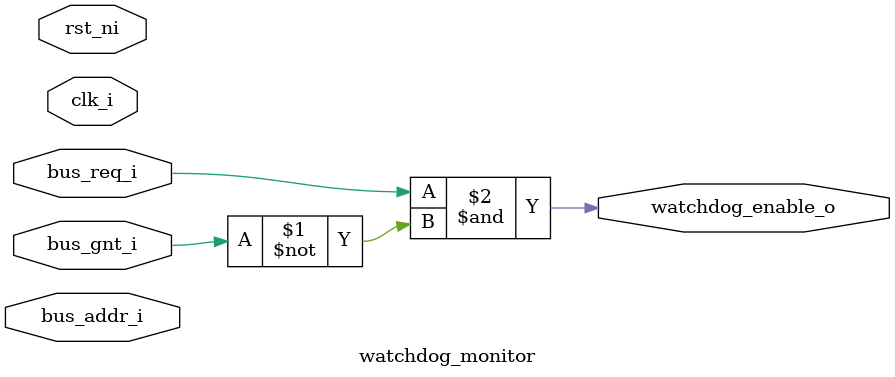
<source format=sv>

`timescale 1ns/1ps
`default_nettype none

module watchdog_monitor #(
    parameter int BUS_WIDTH = 32
) (
    input  logic                  clk_i,
    input  logic                  rst_ni,

    // Bus Interface
    input  logic [BUS_WIDTH-1:0]  bus_addr_i,
    input  logic                  bus_req_i,
    input  logic                  bus_gnt_i,

    // Watchdog Enable
    output logic                  watchdog_enable_o
);

    // Simple logic to detect a stuck bus request
    // Enable the watchdog if the request is high but grant is low
    assign watchdog_enable_o = bus_req_i & ~bus_gnt_i;

endmodule : watchdog_monitor

</source>
